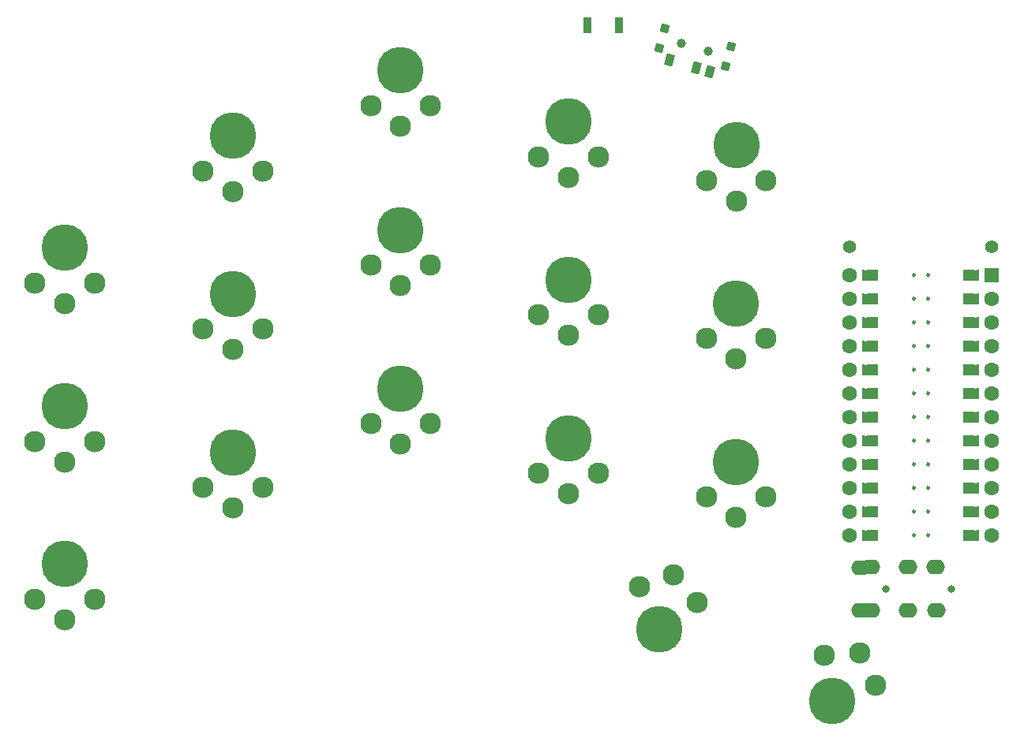
<source format=gbr>
%TF.GenerationSoftware,KiCad,Pcbnew,7.0.5*%
%TF.CreationDate,2023-09-03T18:34:12+02:00*%
%TF.ProjectId,half-swept,68616c66-2d73-4776-9570-742e6b696361,rev?*%
%TF.SameCoordinates,Original*%
%TF.FileFunction,Soldermask,Bot*%
%TF.FilePolarity,Negative*%
%FSLAX46Y46*%
G04 Gerber Fmt 4.6, Leading zero omitted, Abs format (unit mm)*
G04 Created by KiCad (PCBNEW 7.0.5) date 2023-09-03 18:34:12*
%MOMM*%
%LPD*%
G01*
G04 APERTURE LIST*
G04 Aperture macros list*
%AMRotRect*
0 Rectangle, with rotation*
0 The origin of the aperture is its center*
0 $1 length*
0 $2 width*
0 $3 Rotation angle, in degrees counterclockwise*
0 Add horizontal line*
21,1,$1,$2,0,0,$3*%
%AMFreePoly0*
4,1,6,0.600000,0.200000,0.000000,-0.400000,-0.600000,0.200000,-0.600000,0.400000,0.600000,0.400000,0.600000,0.200000,0.600000,0.200000,$1*%
%AMFreePoly1*
4,1,6,0.600000,-0.250000,-0.600000,-0.250000,-0.600000,1.000000,0.000000,0.400000,0.600000,1.000000,0.600000,-0.250000,0.600000,-0.250000,$1*%
G04 Aperture macros list end*
%ADD10C,0.250000*%
%ADD11C,0.100000*%
%ADD12C,1.397000*%
%ADD13C,0.800000*%
%ADD14O,2.000000X1.600000*%
%ADD15C,5.000000*%
%ADD16C,2.300000*%
%ADD17C,1.600000*%
%ADD18R,1.600000X1.600000*%
%ADD19FreePoly0,270.000000*%
%ADD20FreePoly0,90.000000*%
%ADD21FreePoly1,270.000000*%
%ADD22FreePoly1,90.000000*%
%ADD23C,1.000000*%
%ADD24RotRect,0.900000X0.900000X344.500000*%
%ADD25RotRect,0.900000X1.250000X344.500000*%
%ADD26R,0.900000X1.700000*%
G04 APERTURE END LIST*
D10*
%TO.C,U1*%
X119759000Y-49022000D02*
G75*
G03*
X119759000Y-49022000I-125000J0D01*
G01*
X118235000Y-49022000D02*
G75*
G03*
X118235000Y-49022000I-125000J0D01*
G01*
X119759000Y-51562000D02*
G75*
G03*
X119759000Y-51562000I-125000J0D01*
G01*
X118235000Y-51562000D02*
G75*
G03*
X118235000Y-51562000I-125000J0D01*
G01*
X119759000Y-54102000D02*
G75*
G03*
X119759000Y-54102000I-125000J0D01*
G01*
X118235000Y-54102000D02*
G75*
G03*
X118235000Y-54102000I-125000J0D01*
G01*
X119759000Y-56642000D02*
G75*
G03*
X119759000Y-56642000I-125000J0D01*
G01*
X118235000Y-56642000D02*
G75*
G03*
X118235000Y-56642000I-125000J0D01*
G01*
X119759000Y-59182000D02*
G75*
G03*
X119759000Y-59182000I-125000J0D01*
G01*
X118235000Y-59182000D02*
G75*
G03*
X118235000Y-59182000I-125000J0D01*
G01*
X119759000Y-61722000D02*
G75*
G03*
X119759000Y-61722000I-125000J0D01*
G01*
X118235000Y-61722000D02*
G75*
G03*
X118235000Y-61722000I-125000J0D01*
G01*
X119759000Y-64262000D02*
G75*
G03*
X119759000Y-64262000I-125000J0D01*
G01*
X118235000Y-64262000D02*
G75*
G03*
X118235000Y-64262000I-125000J0D01*
G01*
X119759000Y-66802000D02*
G75*
G03*
X119759000Y-66802000I-125000J0D01*
G01*
X118235000Y-66802000D02*
G75*
G03*
X118235000Y-66802000I-125000J0D01*
G01*
X119759000Y-69342000D02*
G75*
G03*
X119759000Y-69342000I-125000J0D01*
G01*
X118235000Y-69342000D02*
G75*
G03*
X118235000Y-69342000I-125000J0D01*
G01*
X119759000Y-71882000D02*
G75*
G03*
X119759000Y-71882000I-125000J0D01*
G01*
X118235000Y-71882000D02*
G75*
G03*
X118235000Y-71882000I-125000J0D01*
G01*
X119759000Y-74422000D02*
G75*
G03*
X119759000Y-74422000I-125000J0D01*
G01*
X118235000Y-74422000D02*
G75*
G03*
X118235000Y-74422000I-125000J0D01*
G01*
X119759000Y-76962000D02*
G75*
G03*
X119759000Y-76962000I-125000J0D01*
G01*
X118235000Y-76962000D02*
G75*
G03*
X118235000Y-76962000I-125000J0D01*
G01*
D11*
X113792000Y-49530000D02*
X112776000Y-49530000D01*
X112776000Y-48514000D01*
X113792000Y-48514000D01*
X113792000Y-49530000D01*
G36*
X113792000Y-49530000D02*
G01*
X112776000Y-49530000D01*
X112776000Y-48514000D01*
X113792000Y-48514000D01*
X113792000Y-49530000D01*
G37*
X124968000Y-49530000D02*
X123952000Y-49530000D01*
X123952000Y-48514000D01*
X124968000Y-48514000D01*
X124968000Y-49530000D01*
G36*
X124968000Y-49530000D02*
G01*
X123952000Y-49530000D01*
X123952000Y-48514000D01*
X124968000Y-48514000D01*
X124968000Y-49530000D01*
G37*
X113792000Y-52070000D02*
X112776000Y-52070000D01*
X112776000Y-51054000D01*
X113792000Y-51054000D01*
X113792000Y-52070000D01*
G36*
X113792000Y-52070000D02*
G01*
X112776000Y-52070000D01*
X112776000Y-51054000D01*
X113792000Y-51054000D01*
X113792000Y-52070000D01*
G37*
X124968000Y-52070000D02*
X123952000Y-52070000D01*
X123952000Y-51054000D01*
X124968000Y-51054000D01*
X124968000Y-52070000D01*
G36*
X124968000Y-52070000D02*
G01*
X123952000Y-52070000D01*
X123952000Y-51054000D01*
X124968000Y-51054000D01*
X124968000Y-52070000D01*
G37*
X113792000Y-54610000D02*
X112776000Y-54610000D01*
X112776000Y-53594000D01*
X113792000Y-53594000D01*
X113792000Y-54610000D01*
G36*
X113792000Y-54610000D02*
G01*
X112776000Y-54610000D01*
X112776000Y-53594000D01*
X113792000Y-53594000D01*
X113792000Y-54610000D01*
G37*
X124968000Y-54610000D02*
X123952000Y-54610000D01*
X123952000Y-53594000D01*
X124968000Y-53594000D01*
X124968000Y-54610000D01*
G36*
X124968000Y-54610000D02*
G01*
X123952000Y-54610000D01*
X123952000Y-53594000D01*
X124968000Y-53594000D01*
X124968000Y-54610000D01*
G37*
X113792000Y-57150000D02*
X112776000Y-57150000D01*
X112776000Y-56134000D01*
X113792000Y-56134000D01*
X113792000Y-57150000D01*
G36*
X113792000Y-57150000D02*
G01*
X112776000Y-57150000D01*
X112776000Y-56134000D01*
X113792000Y-56134000D01*
X113792000Y-57150000D01*
G37*
X124968000Y-57150000D02*
X123952000Y-57150000D01*
X123952000Y-56134000D01*
X124968000Y-56134000D01*
X124968000Y-57150000D01*
G36*
X124968000Y-57150000D02*
G01*
X123952000Y-57150000D01*
X123952000Y-56134000D01*
X124968000Y-56134000D01*
X124968000Y-57150000D01*
G37*
X113792000Y-59690000D02*
X112776000Y-59690000D01*
X112776000Y-58674000D01*
X113792000Y-58674000D01*
X113792000Y-59690000D01*
G36*
X113792000Y-59690000D02*
G01*
X112776000Y-59690000D01*
X112776000Y-58674000D01*
X113792000Y-58674000D01*
X113792000Y-59690000D01*
G37*
X124968000Y-59690000D02*
X123952000Y-59690000D01*
X123952000Y-58674000D01*
X124968000Y-58674000D01*
X124968000Y-59690000D01*
G36*
X124968000Y-59690000D02*
G01*
X123952000Y-59690000D01*
X123952000Y-58674000D01*
X124968000Y-58674000D01*
X124968000Y-59690000D01*
G37*
X113792000Y-62230000D02*
X112776000Y-62230000D01*
X112776000Y-61214000D01*
X113792000Y-61214000D01*
X113792000Y-62230000D01*
G36*
X113792000Y-62230000D02*
G01*
X112776000Y-62230000D01*
X112776000Y-61214000D01*
X113792000Y-61214000D01*
X113792000Y-62230000D01*
G37*
X124968000Y-62230000D02*
X123952000Y-62230000D01*
X123952000Y-61214000D01*
X124968000Y-61214000D01*
X124968000Y-62230000D01*
G36*
X124968000Y-62230000D02*
G01*
X123952000Y-62230000D01*
X123952000Y-61214000D01*
X124968000Y-61214000D01*
X124968000Y-62230000D01*
G37*
X113792000Y-64770000D02*
X112776000Y-64770000D01*
X112776000Y-63754000D01*
X113792000Y-63754000D01*
X113792000Y-64770000D01*
G36*
X113792000Y-64770000D02*
G01*
X112776000Y-64770000D01*
X112776000Y-63754000D01*
X113792000Y-63754000D01*
X113792000Y-64770000D01*
G37*
X124968000Y-64770000D02*
X123952000Y-64770000D01*
X123952000Y-63754000D01*
X124968000Y-63754000D01*
X124968000Y-64770000D01*
G36*
X124968000Y-64770000D02*
G01*
X123952000Y-64770000D01*
X123952000Y-63754000D01*
X124968000Y-63754000D01*
X124968000Y-64770000D01*
G37*
X113792000Y-67310000D02*
X112776000Y-67310000D01*
X112776000Y-66294000D01*
X113792000Y-66294000D01*
X113792000Y-67310000D01*
G36*
X113792000Y-67310000D02*
G01*
X112776000Y-67310000D01*
X112776000Y-66294000D01*
X113792000Y-66294000D01*
X113792000Y-67310000D01*
G37*
X124968000Y-67310000D02*
X123952000Y-67310000D01*
X123952000Y-66294000D01*
X124968000Y-66294000D01*
X124968000Y-67310000D01*
G36*
X124968000Y-67310000D02*
G01*
X123952000Y-67310000D01*
X123952000Y-66294000D01*
X124968000Y-66294000D01*
X124968000Y-67310000D01*
G37*
X113792000Y-69850000D02*
X112776000Y-69850000D01*
X112776000Y-68834000D01*
X113792000Y-68834000D01*
X113792000Y-69850000D01*
G36*
X113792000Y-69850000D02*
G01*
X112776000Y-69850000D01*
X112776000Y-68834000D01*
X113792000Y-68834000D01*
X113792000Y-69850000D01*
G37*
X124968000Y-69850000D02*
X123952000Y-69850000D01*
X123952000Y-68834000D01*
X124968000Y-68834000D01*
X124968000Y-69850000D01*
G36*
X124968000Y-69850000D02*
G01*
X123952000Y-69850000D01*
X123952000Y-68834000D01*
X124968000Y-68834000D01*
X124968000Y-69850000D01*
G37*
X113792000Y-72390000D02*
X112776000Y-72390000D01*
X112776000Y-71374000D01*
X113792000Y-71374000D01*
X113792000Y-72390000D01*
G36*
X113792000Y-72390000D02*
G01*
X112776000Y-72390000D01*
X112776000Y-71374000D01*
X113792000Y-71374000D01*
X113792000Y-72390000D01*
G37*
X124968000Y-72390000D02*
X123952000Y-72390000D01*
X123952000Y-71374000D01*
X124968000Y-71374000D01*
X124968000Y-72390000D01*
G36*
X124968000Y-72390000D02*
G01*
X123952000Y-72390000D01*
X123952000Y-71374000D01*
X124968000Y-71374000D01*
X124968000Y-72390000D01*
G37*
X113792000Y-74930000D02*
X112776000Y-74930000D01*
X112776000Y-73914000D01*
X113792000Y-73914000D01*
X113792000Y-74930000D01*
G36*
X113792000Y-74930000D02*
G01*
X112776000Y-74930000D01*
X112776000Y-73914000D01*
X113792000Y-73914000D01*
X113792000Y-74930000D01*
G37*
X124968000Y-74930000D02*
X123952000Y-74930000D01*
X123952000Y-73914000D01*
X124968000Y-73914000D01*
X124968000Y-74930000D01*
G36*
X124968000Y-74930000D02*
G01*
X123952000Y-74930000D01*
X123952000Y-73914000D01*
X124968000Y-73914000D01*
X124968000Y-74930000D01*
G37*
X113792000Y-77470000D02*
X112776000Y-77470000D01*
X112776000Y-76454000D01*
X113792000Y-76454000D01*
X113792000Y-77470000D01*
G36*
X113792000Y-77470000D02*
G01*
X112776000Y-77470000D01*
X112776000Y-76454000D01*
X113792000Y-76454000D01*
X113792000Y-77470000D01*
G37*
X124968000Y-77470000D02*
X123952000Y-77470000D01*
X123952000Y-76454000D01*
X124968000Y-76454000D01*
X124968000Y-77470000D01*
G36*
X124968000Y-77470000D02*
G01*
X123952000Y-77470000D01*
X123952000Y-76454000D01*
X124968000Y-76454000D01*
X124968000Y-77470000D01*
G37*
%TD*%
D12*
%TO.C,B+*%
X126492000Y-45974000D03*
%TD*%
%TO.C,B-*%
X111252000Y-45974000D03*
%TD*%
D13*
%TO.C,J2*%
X122098000Y-82750000D03*
X115098000Y-82750000D03*
D14*
X117478000Y-80420000D03*
X117498000Y-85050000D03*
X120478000Y-80420000D03*
X120498000Y-85050000D03*
X112398000Y-80450000D03*
X112378000Y-85020000D03*
X113478000Y-80420000D03*
X113498000Y-85050000D03*
%TD*%
D15*
%TO.C,SW1*%
X27080000Y-46080000D03*
D16*
X27080000Y-52080000D03*
X23880000Y-49880000D03*
X30280000Y-49880000D03*
%TD*%
D15*
%TO.C,SW2*%
X45080000Y-34080000D03*
D16*
X45080000Y-40080000D03*
X41880000Y-37880000D03*
X48280000Y-37880000D03*
%TD*%
D15*
%TO.C,SW3*%
X63080000Y-27080000D03*
D16*
X63080000Y-33080000D03*
X59880000Y-30880000D03*
X66280000Y-30880000D03*
%TD*%
D15*
%TO.C,SW4*%
X81080000Y-32580000D03*
D16*
X81080000Y-38580000D03*
X77880000Y-36380000D03*
X84280000Y-36380000D03*
%TD*%
D15*
%TO.C,SW5*%
X99080000Y-35080000D03*
D16*
X99080000Y-41080000D03*
X95880000Y-38880000D03*
X102280000Y-38880000D03*
%TD*%
D15*
%TO.C,SW6*%
X27080000Y-63080000D03*
D16*
X27080000Y-69080000D03*
X23880000Y-66880000D03*
X30280000Y-66880000D03*
%TD*%
D15*
%TO.C,SW7*%
X45080000Y-51054000D03*
D16*
X45080000Y-57054000D03*
X41880000Y-54854000D03*
X48280000Y-54854000D03*
%TD*%
D15*
%TO.C,SW8*%
X63080000Y-44196000D03*
D16*
X63080000Y-50196000D03*
X59880000Y-47996000D03*
X66280000Y-47996000D03*
%TD*%
D15*
%TO.C,SW9*%
X81080000Y-49530000D03*
D16*
X81080000Y-55530000D03*
X77880000Y-53330000D03*
X84280000Y-53330000D03*
%TD*%
D15*
%TO.C,SW10*%
X99060000Y-52070000D03*
D16*
X99060000Y-58070000D03*
X95860000Y-55870000D03*
X102260000Y-55870000D03*
%TD*%
D15*
%TO.C,SW11*%
X27080000Y-80080000D03*
D16*
X27080000Y-86080000D03*
X23880000Y-83880000D03*
X30280000Y-83880000D03*
%TD*%
D15*
%TO.C,SW12*%
X45080000Y-68072000D03*
D16*
X45080000Y-74072000D03*
X41880000Y-71872000D03*
X48280000Y-71872000D03*
%TD*%
D15*
%TO.C,SW13*%
X63080000Y-61214000D03*
D16*
X63080000Y-67214000D03*
X59880000Y-65014000D03*
X66280000Y-65014000D03*
%TD*%
D15*
%TO.C,SW14*%
X81080000Y-66548000D03*
D16*
X81080000Y-72548000D03*
X77880000Y-70348000D03*
X84280000Y-70348000D03*
%TD*%
D15*
%TO.C,SW15*%
X99060000Y-69088000D03*
D16*
X99060000Y-75088000D03*
X95860000Y-72888000D03*
X102260000Y-72888000D03*
%TD*%
D15*
%TO.C,SW17*%
X109356000Y-94780000D03*
D16*
X112356000Y-89583848D03*
X114027281Y-93089103D03*
X108484719Y-89889103D03*
%TD*%
D15*
%TO.C,SW16*%
X90796000Y-87030000D03*
D16*
X92348914Y-81234445D03*
X94870475Y-84187703D03*
X88688550Y-82531261D03*
%TD*%
D17*
%TO.C,U1*%
X126492000Y-49022000D03*
D18*
X126492000Y-49022000D03*
D19*
X124714000Y-49022000D03*
D20*
X113030000Y-49022000D03*
D17*
X111252000Y-49022000D03*
X126492000Y-51562000D03*
D19*
X124714000Y-51562000D03*
D20*
X113030000Y-51562000D03*
D17*
X111252000Y-51562000D03*
X126492000Y-54102000D03*
D19*
X124714000Y-54102000D03*
D20*
X113030000Y-54102000D03*
D17*
X111252000Y-54102000D03*
X126492000Y-56642000D03*
D19*
X124714000Y-56642000D03*
D20*
X113030000Y-56642000D03*
D17*
X111252000Y-56642000D03*
X126492000Y-59182000D03*
D19*
X124714000Y-59182000D03*
D20*
X113030000Y-59182000D03*
D17*
X111252000Y-59182000D03*
X126492000Y-61722000D03*
D19*
X124714000Y-61722000D03*
D20*
X113030000Y-61722000D03*
D17*
X111252000Y-61722000D03*
X126492000Y-64262000D03*
D19*
X124714000Y-64262000D03*
D20*
X113030000Y-64262000D03*
D17*
X111252000Y-64262000D03*
X126492000Y-66802000D03*
D19*
X124714000Y-66802000D03*
D20*
X113030000Y-66802000D03*
D17*
X111252000Y-66802000D03*
X126492000Y-69342000D03*
D19*
X124714000Y-69342000D03*
D20*
X113030000Y-69342000D03*
D17*
X111252000Y-69342000D03*
X126492000Y-71882000D03*
D19*
X124714000Y-71882000D03*
D20*
X113030000Y-71882000D03*
D17*
X111252000Y-71882000D03*
X126492000Y-74422000D03*
D19*
X124714000Y-74422000D03*
D20*
X113030000Y-74422000D03*
D17*
X111252000Y-74422000D03*
X126492000Y-76962000D03*
D19*
X124714000Y-76962000D03*
D20*
X113030000Y-76962000D03*
D17*
X111252000Y-76962000D03*
D21*
X123698000Y-49022000D03*
X123698000Y-51562000D03*
X123698000Y-54102000D03*
X123698000Y-56642000D03*
X123698000Y-59182000D03*
X123698000Y-61722000D03*
X123698000Y-64262000D03*
X123698000Y-66802000D03*
X123698000Y-69342000D03*
X123698000Y-71882000D03*
X123698000Y-74422000D03*
X123698000Y-76962000D03*
D22*
X114046000Y-76962000D03*
X114046000Y-74422000D03*
X114046000Y-71882000D03*
X114046000Y-69342000D03*
X114046000Y-66802000D03*
X114046000Y-64262000D03*
X114046000Y-61722000D03*
X114046000Y-59182000D03*
X114046000Y-56642000D03*
X114046000Y-54102000D03*
X114046000Y-51562000D03*
X114046000Y-49022000D03*
%TD*%
D23*
%TO.C,POWER SW*%
X93194954Y-24169715D03*
X96085846Y-24971431D03*
D24*
X91368930Y-22521798D03*
X90781005Y-24641785D03*
X98499795Y-24499361D03*
X97911870Y-26619348D03*
D25*
X91917712Y-25968820D03*
X94808603Y-26770534D03*
X96254049Y-27171393D03*
%TD*%
D26*
%TO.C,RSW2*%
X86485200Y-22250400D03*
X83085200Y-22250400D03*
%TD*%
M02*

</source>
